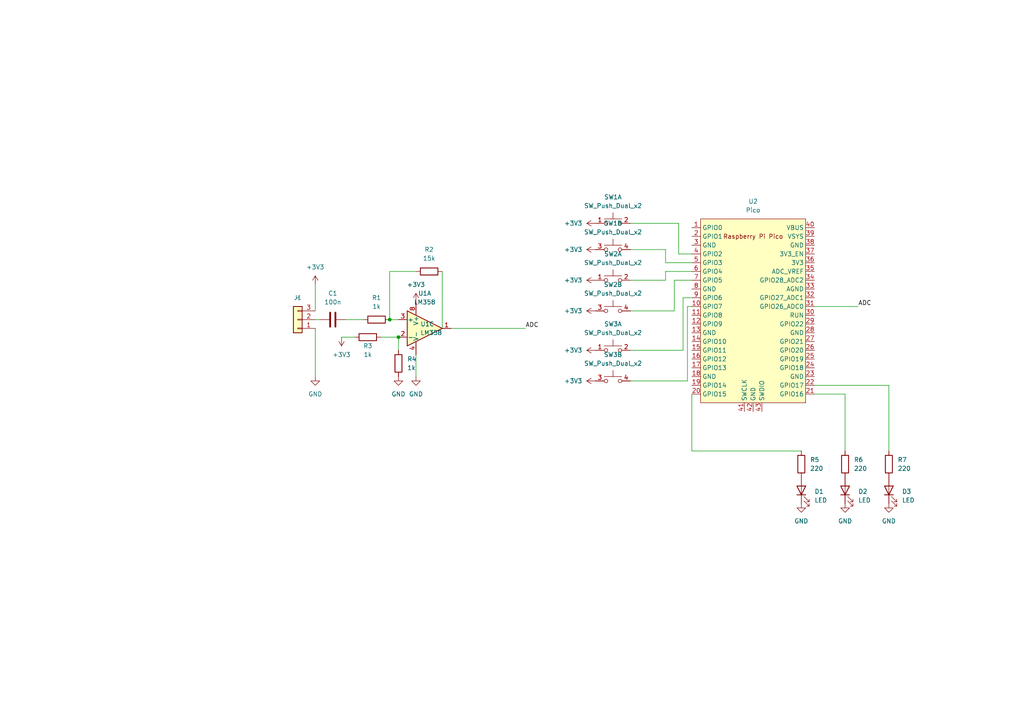
<source format=kicad_sch>
(kicad_sch (version 20230121) (generator eeschema)
  (paper "A4")
  (lib_symbols
    (symbol "Amplifier_Operational:LM358" (pin_names (offset 0.127))
      (property "Reference" "U" (at 0 5.08 0))
      (property "Value" "LM358" (at 0 -5.08 0))
      (symbol "LM358_1_1"
        (polyline (pts (xy -5.08 5.08) (xy 5.08 0) (xy -5.08 -5.08) (xy -5.08 5.08)) (stroke (width 0.254)) (fill (type background)))
        (pin output line (at 7.62 0 180) (length 2.54) (name "~") (number "1"))
        (pin input line (at -7.62 -2.54 0) (length 2.54) (name "-") (number "2"))
        (pin input line (at -7.62 2.54 0) (length 2.54) (name "+") (number "3"))
      )
      (symbol "LM358_2_1"
        (polyline (pts (xy -5.08 5.08) (xy 5.08 0) (xy -5.08 -5.08) (xy -5.08 5.08)) (stroke (width 0.254)) (fill (type background)))
        (pin input line (at -7.62 2.54 0) (length 2.54) (name "+") (number "5"))
        (pin input line (at -7.62 -2.54 0) (length 2.54) (name "-") (number "6"))
        (pin output line (at 7.62 0 180) (length 2.54) (name "~") (number "7"))
      )
      (symbol "LM358_3_1"
        (pin power_in line (at -2.54 -7.62 90) (length 3.81) (name "V-") (number "4"))
        (pin power_in line (at -2.54 7.62 270) (length 3.81) (name "V+") (number "8"))
      )
    )
    (symbol "Connector_Generic:Conn_01x03" (pin_names (offset 1.016) hide)
      (property "Reference" "J" (at 0 5.08 0))
      (property "Value" "Conn_01x03" (at 0 -5.08 0))
      (symbol "Conn_01x03_1_1"
        (rectangle (start -1.27 -2.413) (end 0 -2.667) (stroke (width 0.1524)))
        (rectangle (start -1.27 0.127) (end 0 -0.127) (stroke (width 0.1524)))
        (rectangle (start -1.27 2.667) (end 0 2.413) (stroke (width 0.1524)))
        (rectangle (start -1.27 3.81) (end 1.27 -3.81) (stroke (width 0.254)) (fill (type background)))
        (pin passive line (at -5.08 2.54 0) (length 3.81) (name "Pin_1") (number "1"))
        (pin passive line (at -5.08 0 0) (length 3.81) (name "Pin_2") (number "2"))
        (pin passive line (at -5.08 -2.54 0) (length 3.81) (name "Pin_3") (number "3"))
      )
    )
    (symbol "Device:C" (pin_numbers hide) (pin_names (offset 0.254))
      (property "Reference" "C" (at 0.635 2.54 0))
      (property "Value" "C" (at 0.635 -2.54 0))
      (symbol "C_0_1"
        (polyline (pts (xy -2.032 -0.762) (xy 2.032 -0.762)) (stroke (width 0.508)))
        (polyline (pts (xy -2.032 0.762) (xy 2.032 0.762)) (stroke (width 0.508)))
      )
      (symbol "C_1_1"
        (pin passive line (at 0 3.81 270) (length 2.794) (name "~") (number "1"))
        (pin passive line (at 0 -3.81 90) (length 2.794) (name "~") (number "2"))
      )
    )
    (symbol "Device:LED" (pin_numbers hide) (pin_names (offset 1.016) hide)
      (property "Reference" "D" (at 0 2.54 0))
      (property "Value" "LED" (at 0 -2.54 0))
      (symbol "LED_0_1"
        (polyline (pts (xy -1.27 -1.27) (xy -1.27 1.27)) (stroke (width 0.254)))
        (polyline (pts (xy -1.27 0) (xy 1.27 0)))
        (polyline (pts (xy 1.27 -1.27) (xy 1.27 1.27) (xy -1.27 0) (xy 1.27 -1.27)) (stroke (width 0.254)))
        (polyline (pts (xy -3.048 -0.762) (xy -4.572 -2.286) (xy -3.81 -2.286) (xy -4.572 -2.286) (xy -4.572 -1.524)))
        (polyline (pts (xy -1.778 -0.762) (xy -3.302 -2.286) (xy -2.54 -2.286) (xy -3.302 -2.286) (xy -3.302 -1.524)))
      )
      (symbol "LED_1_1"
        (pin passive line (at -3.81 0 0) (length 2.54) (name "K") (number "1"))
        (pin passive line (at 3.81 0 180) (length 2.54) (name "A") (number "2"))
      )
    )
    (symbol "Device:R" (pin_numbers hide) (pin_names (offset 0))
      (property "Reference" "R" (at 2.032 0 90))
      (property "Value" "R" (at 0 0 90))
      (symbol "R_0_1"
        (rectangle (start -1.016 -2.54) (end 1.016 2.54) (stroke (width 0.254)))
      )
      (symbol "R_1_1"
        (pin passive line (at 0 3.81 270) (length 1.27) (name "~") (number "1"))
        (pin passive line (at 0 -3.81 90) (length 1.27) (name "~") (number "2"))
      )
    )
    (symbol "RPi_Pico:Pico"
      (property "Reference" "U" (at -13.97 27.94 0))
      (property "Value" "Pico" (at 0 19.05 0))
      (symbol "Pico_0_0"
        (text "Raspberry Pi Pico" (at 0 21.59 0) (effects (font (size 1.27 1.27))))
      )
      (symbol "Pico_0_1"
        (rectangle (start -15.24 26.67) (end 15.24 -26.67) (fill (type background)))
      )
      (symbol "Pico_1_1"
        (pin bidirectional line (at -17.78 24.13 0) (length 2.54) (name "GPIO0") (number "1"))
        (pin bidirectional line (at -17.78 1.27 0) (length 2.54) (name "GPIO7") (number "10"))
        (pin bidirectional line (at -17.78 -1.27 0) (length 2.54) (name "GPIO8") (number "11"))
        (pin bidirectional line (at -17.78 -3.81 0) (length 2.54) (name "GPIO9") (number "12"))
        (pin power_in line (at -17.78 -6.35 0) (length 2.54) (name "GND") (number "13"))
        (pin bidirectional line (at -17.78 -8.89 0) (length 2.54) (name "GPIO10") (number "14"))
        (pin bidirectional line (at -17.78 -11.43 0) (length 2.54) (name "GPIO11") (number "15"))
        (pin bidirectional line (at -17.78 -13.97 0) (length 2.54) (name "GPIO12") (number "16"))
        (pin bidirectional line (at -17.78 -16.51 0) (length 2.54) (name "GPIO13") (number "17"))
        (pin power_in line (at -17.78 -19.05 0) (length 2.54) (name "GND") (number "18"))
        (pin bidirectional line (at -17.78 -21.59 0) (length 2.54) (name "GPIO14") (number "19"))
        (pin bidirectional line (at -17.78 21.59 0) (length 2.54) (name "GPIO1") (number "2"))
        (pin bidirectional line (at -17.78 -24.13 0) (length 2.54) (name "GPIO15") (number "20"))
        (pin bidirectional line (at 17.78 -24.13 180) (length 2.54) (name "GPIO16") (number "21"))
        (pin bidirectional line (at 17.78 -21.59 180) (length 2.54) (name "GPIO17") (number "22"))
        (pin power_in line (at 17.78 -19.05 180) (length 2.54) (name "GND") (number "23"))
        (pin bidirectional line (at 17.78 -16.51 180) (length 2.54) (name "GPIO18") (number "24"))
        (pin bidirectional line (at 17.78 -13.97 180) (length 2.54) (name "GPIO19") (number "25"))
        (pin bidirectional line (at 17.78 -11.43 180) (length 2.54) (name "GPIO20") (number "26"))
        (pin bidirectional line (at 17.78 -8.89 180) (length 2.54) (name "GPIO21") (number "27"))
        (pin power_in line (at 17.78 -6.35 180) (length 2.54) (name "GND") (number "28"))
        (pin bidirectional line (at 17.78 -3.81 180) (length 2.54) (name "GPIO22") (number "29"))
        (pin power_in line (at -17.78 19.05 0) (length 2.54) (name "GND") (number "3"))
        (pin input line (at 17.78 -1.27 180) (length 2.54) (name "RUN") (number "30"))
        (pin bidirectional line (at 17.78 1.27 180) (length 2.54) (name "GPIO26_ADC0") (number "31"))
        (pin bidirectional line (at 17.78 3.81 180) (length 2.54) (name "GPIO27_ADC1") (number "32"))
        (pin power_in line (at 17.78 6.35 180) (length 2.54) (name "AGND") (number "33"))
        (pin bidirectional line (at 17.78 8.89 180) (length 2.54) (name "GPIO28_ADC2") (number "34"))
        (pin power_in line (at 17.78 11.43 180) (length 2.54) (name "ADC_VREF") (number "35"))
        (pin power_in line (at 17.78 13.97 180) (length 2.54) (name "3V3") (number "36"))
        (pin input line (at 17.78 16.51 180) (length 2.54) (name "3V3_EN") (number "37"))
        (pin bidirectional line (at 17.78 19.05 180) (length 2.54) (name "GND") (number "38"))
        (pin power_in line (at 17.78 21.59 180) (length 2.54) (name "VSYS") (number "39"))
        (pin bidirectional line (at -17.78 16.51 0) (length 2.54) (name "GPIO2") (number "4"))
        (pin power_in line (at 17.78 24.13 180) (length 2.54) (name "VBUS") (number "40"))
        (pin input line (at -2.54 -29.21 90) (length 2.54) (name "SWCLK") (number "41"))
        (pin power_in line (at 0 -29.21 90) (length 2.54) (name "GND") (number "42"))
        (pin bidirectional line (at 2.54 -29.21 90) (length 2.54) (name "SWDIO") (number "43"))
        (pin bidirectional line (at -17.78 13.97 0) (length 2.54) (name "GPIO3") (number "5"))
        (pin bidirectional line (at -17.78 11.43 0) (length 2.54) (name "GPIO4") (number "6"))
        (pin bidirectional line (at -17.78 8.89 0) (length 2.54) (name "GPIO5") (number "7"))
        (pin power_in line (at -17.78 6.35 0) (length 2.54) (name "GND") (number "8"))
        (pin bidirectional line (at -17.78 3.81 0) (length 2.54) (name "GPIO6") (number "9"))
      )
    )
    (symbol "Switch:SW_Push_Dual_x2" (pin_names (offset 1.016) hide)
      (property "Reference" "SW" (at 1.27 2.54 0))
      (property "Value" "SW_Push_Dual_x2" (at 0 -1.524 0))
      (symbol "SW_Push_Dual_x2_0_1"
        (circle (center -2.032 0) (radius 0.508))
        (polyline (pts (xy 0 1.27) (xy 0 3.048)))
        (polyline (pts (xy 2.54 1.27) (xy -2.54 1.27)))
        (circle (center 2.032 0) (radius 0.508))
      )
      (symbol "SW_Push_Dual_x2_1_1"
        (pin passive line (at -5.08 0 0) (length 2.54) (name "C") (number "1"))
        (pin passive line (at 5.08 0 180) (length 2.54) (name "D") (number "2"))
      )
      (symbol "SW_Push_Dual_x2_2_1"
        (pin passive line (at -5.08 0 0) (length 2.54) (name "C") (number "3"))
        (pin passive line (at 5.08 0 180) (length 2.54) (name "D") (number "4"))
      )
    )
    (symbol "power:+3V3" (power) (pin_names (offset 0))
      (property "Value" "+3V3" (at 0 3.556 0))
      (symbol "+3V3_0_1"
        (polyline (pts (xy -0.762 1.27) (xy 0 2.54)))
        (polyline (pts (xy 0 0) (xy 0 2.54)))
        (polyline (pts (xy 0 2.54) (xy 0.762 1.27)))
      )
      (symbol "+3V3_1_1"
        (pin power_in line (at 0 0 90) (length 0) hide (name "+3V3") (number "1"))
      )
    )
    (symbol "power:GND" (power) (pin_names (offset 0))
      (property "Value" "GND" (at 0 -3.81 0))
      (symbol "GND_0_1"
        (polyline (pts (xy 0 0) (xy 0 -1.27) (xy 1.27 -1.27) (xy 0 -2.54) (xy -1.27 -1.27) (xy 0 -1.27)))
      )
      (symbol "GND_1_1"
        (pin power_in line (at 0 0 270) (length 0) hide (name "GND") (number "1"))
      )
    )
  )
  (junction (at 115.57 97.79))
  (junction (at 113.03 92.71))
  (wire (pts (xy 193.04 76.2) (xy 200.66 76.2)))
  (wire (pts (xy 115.57 97.79) (xy 115.57 101.6)))
  (wire (pts (xy 182.88 72.39) (xy 193.04 72.39)))
  (wire (pts (xy 130.81 95.25) (xy 152.4 95.25)))
  (wire (pts (xy 182.88 64.77) (xy 196.85 64.77)))
  (wire (pts (xy 199.39 110.49) (xy 199.39 88.9)))
  (wire (pts (xy 110.49 97.79) (xy 115.57 97.79)))
  (wire (pts (xy 99.06 97.79) (xy 102.87 97.79)))
  (wire (pts (xy 195.58 81.28) (xy 200.66 81.28)))
  (wire (pts (xy 182.88 90.17) (xy 195.58 90.17)))
  (wire (pts (xy 182.88 101.6) (xy 198.12 101.6)))
  (wire (pts (xy 196.85 64.77) (xy 196.85 73.66)))
  (wire (pts (xy 200.66 130.81) (xy 232.41 130.81)))
  (wire (pts (xy 200.66 114.3) (xy 200.66 130.81)))
  (wire (pts (xy 113.03 92.71) (xy 115.57 92.71)))
  (wire (pts (xy 236.22 114.3) (xy 245.11 114.3)))
  (wire (pts (xy 113.03 92.71) (xy 113.03 78.74)))
  (wire (pts (xy 257.81 111.76) (xy 257.81 130.81)))
  (wire (pts (xy 91.44 92.71) (xy 92.71 92.71)))
  (wire (pts (xy 91.44 82.55) (xy 91.44 90.17)))
  (wire (pts (xy 193.04 81.28) (xy 193.04 78.74)))
  (wire (pts (xy 193.04 72.39) (xy 193.04 76.2)))
  (wire (pts (xy 245.11 114.3) (xy 245.11 130.81)))
  (wire (pts (xy 91.44 95.25) (xy 91.44 109.22)))
  (wire (pts (xy 128.27 78.74) (xy 128.27 95.25)))
  (wire (pts (xy 113.03 78.74) (xy 120.65 78.74)))
  (wire (pts (xy 248.92 88.9) (xy 236.22 88.9)))
  (wire (pts (xy 198.12 101.6) (xy 198.12 86.36)))
  (wire (pts (xy 100.33 92.71) (xy 105.41 92.71)))
  (wire (pts (xy 196.85 73.66) (xy 200.66 73.66)))
  (wire (pts (xy 198.12 86.36) (xy 200.66 86.36)))
  (wire (pts (xy 195.58 90.17) (xy 195.58 81.28)))
  (wire (pts (xy 236.22 111.76) (xy 257.81 111.76)))
  (wire (pts (xy 120.65 109.22) (xy 120.65 102.87)))
  (wire (pts (xy 182.88 110.49) (xy 199.39 110.49)))
  (wire (pts (xy 182.88 81.28) (xy 193.04 81.28)))
  (wire (pts (xy 193.04 78.74) (xy 200.66 78.74)))
  (wire (pts (xy 199.39 88.9) (xy 200.66 88.9)))
  (label "ADC" (at 152.4 95.25 0))
  (label "ADC" (at 248.92 88.9 0))
  (symbol (lib_id "power:GND") (at 232.41 146.05 0) (unit 1)
    (property "Reference" "#PWR013" (effects hide))
    (property "Value" "GND" (at 232.41 151.13 0))
  )
  (symbol (lib_id "RPi_Pico:Pico") (at 218.44 90.17 0) (unit 1)
    (property "Reference" "U2" (at 218.44 58.42 0))
    (property "Value" "Pico" (at 218.44 60.96 0))
    (property "Footprint" "RPi_Pico:RPi_Pico_SMD_TH" (effects hide))
  )
  (symbol (lib_id "Device:R") (at 106.68 97.79 90) (unit 1)
    (property "Reference" "R3" (at 106.68 100.33 90))
    (property "Value" "1k" (at 106.68 102.87 90))
  )
  (symbol (lib_id "power:GND") (at 245.11 146.05 0) (unit 1)
    (property "Reference" "#PWR014" (effects hide))
    (property "Value" "GND" (at 245.11 151.13 0))
  )
  (symbol (lib_id "power:GND") (at 91.44 109.22 0) (unit 1)
    (property "Reference" "#PWR03" (effects hide))
    (property "Value" "GND" (at 91.44 114.3 0))
  )
  (symbol (lib_id "Device:LED") (at 245.11 142.24 90) (unit 1)
    (property "Reference" "D2" (at 248.92 142.5575 90) (effects (justify right)))
    (property "Value" "LED" (at 248.92 145.0975 90) (effects (justify right)))
  )
  (symbol (lib_id "Device:R") (at 109.22 92.71 90) (unit 1)
    (property "Reference" "R1" (at 109.22 86.36 90))
    (property "Value" "1k" (at 109.22 88.9 90))
  )
  (symbol (lib_id "Switch:SW_Push_Dual_x2") (at 177.8 72.39 0) (unit 2)
    (property "Reference" "SW1" (at 177.8 64.77 0))
    (property "Value" "SW_Push_Dual_x2" (at 177.8 67.31 0))
  )
  (symbol (lib_id "power:+3V3") (at 91.44 82.55 0) (unit 1)
    (property "Reference" "#PWR04" (effects hide))
    (property "Value" "+3V3" (at 91.44 77.47 0))
  )
  (symbol (lib_id "Switch:SW_Push_Dual_x2") (at 177.8 81.28 0) (unit 1)
    (property "Reference" "SW2" (at 177.8 73.66 0))
    (property "Value" "SW_Push_Dual_x2" (at 177.8 76.2 0))
  )
  (symbol (lib_id "power:+3V3") (at 172.72 101.6 90) (unit 1)
    (property "Reference" "#PWR011" (effects hide))
    (property "Value" "+3V3" (at 168.91 101.6 90) (effects (justify left)))
  )
  (symbol (lib_id "Switch:SW_Push_Dual_x2") (at 177.8 90.17 0) (unit 2)
    (property "Reference" "SW2" (at 177.8 82.55 0))
    (property "Value" "SW_Push_Dual_x2" (at 177.8 85.09 0))
  )
  (symbol (lib_id "power:GND") (at 115.57 109.22 0) (unit 1)
    (property "Reference" "#PWR02" (effects hide))
    (property "Value" "GND" (at 115.57 114.3 0))
  )
  (symbol (lib_id "power:+3V3") (at 99.06 97.79 180) (unit 1)
    (property "Reference" "#PWR06" (effects hide))
    (property "Value" "+3V3" (at 99.06 102.87 0))
  )
  (symbol (lib_id "Device:LED") (at 257.81 142.24 90) (unit 1)
    (property "Reference" "D3" (at 261.62 142.5575 90) (effects (justify right)))
    (property "Value" "LED" (at 261.62 145.0975 90) (effects (justify right)))
  )
  (symbol (lib_id "power:+3V3") (at 172.72 81.28 90) (unit 1)
    (property "Reference" "#PWR09" (effects hide))
    (property "Value" "+3V3" (at 168.91 81.28 90) (effects (justify left)))
  )
  (symbol (lib_id "power:+3V3") (at 172.72 110.49 90) (unit 1)
    (property "Reference" "#PWR012" (effects hide))
    (property "Value" "+3V3" (at 168.91 110.49 90) (effects (justify left)))
  )
  (symbol (lib_id "power:+3V3") (at 172.72 72.39 90) (unit 1)
    (property "Reference" "#PWR08" (effects hide))
    (property "Value" "+3V3" (at 168.91 72.39 90) (effects (justify left)))
  )
  (symbol (lib_id "Switch:SW_Push_Dual_x2") (at 177.8 101.6 0) (unit 1)
    (property "Reference" "SW3" (at 177.8 93.98 0))
    (property "Value" "SW_Push_Dual_x2" (at 177.8 96.52 0))
  )
  (symbol (lib_id "Amplifier_Operational:LM358") (at 123.19 95.25 0) (unit 3)
    (property "Reference" "U1" (at 121.92 93.98 0) (effects (justify left)))
    (property "Value" "LM358" (at 121.92 96.52 0) (effects (justify left)))
    (property "Datasheet" "http://www.ti.com/lit/ds/symlink/lm2904-n.pdf" (effects hide))
  )
  (symbol (lib_id "Device:R") (at 232.41 134.62 0) (unit 1)
    (property "Reference" "R5" (at 234.95 133.35 0) (effects (justify left)))
    (property "Value" "220" (at 234.95 135.89 0) (effects (justify left)))
  )
  (symbol (lib_id "Device:R") (at 115.57 105.41 0) (unit 1)
    (property "Reference" "R4" (at 118.11 104.14 0) (effects (justify left)))
    (property "Value" "1k" (at 118.11 106.68 0) (effects (justify left)))
  )
  (symbol (lib_id "power:GND") (at 120.65 109.22 0) (unit 1)
    (property "Reference" "#PWR01" (effects hide))
    (property "Value" "GND" (at 120.65 114.3 0))
  )
  (symbol (lib_id "power:+3V3") (at 172.72 64.77 90) (unit 1)
    (property "Reference" "#PWR07" (effects hide))
    (property "Value" "+3V3" (at 168.91 64.77 90) (effects (justify left)))
  )
  (symbol (lib_id "Device:C") (at 96.52 92.71 90) (unit 1)
    (property "Reference" "C1" (at 96.52 85.09 90))
    (property "Value" "100n" (at 96.52 87.63 90))
  )
  (symbol (lib_id "power:+3V3") (at 172.72 90.17 90) (unit 1)
    (property "Reference" "#PWR010" (effects hide))
    (property "Value" "+3V3" (at 168.91 90.17 90) (effects (justify left)))
  )
  (symbol (lib_id "Connector_Generic:Conn_01x03") (at 86.36 92.71 180) (unit 1)
    (property "Reference" "J1" (at 86.36 86.36 0))
    (property "Value" "~" (at 86.36 86.36 0))
  )
  (symbol (lib_id "Device:R") (at 245.11 134.62 0) (unit 1)
    (property "Reference" "R6" (at 247.65 133.35 0) (effects (justify left)))
    (property "Value" "220" (at 247.65 135.89 0) (effects (justify left)))
  )
  (symbol (lib_id "power:+3V3") (at 120.65 87.63 0) (unit 1)
    (property "Reference" "#PWR05" (effects hide))
    (property "Value" "+3V3" (at 120.65 82.55 0))
  )
  (symbol (lib_id "Amplifier_Operational:LM358") (at 123.19 95.25 0) (unit 1)
    (property "Reference" "U1" (at 123.19 85.09 0))
    (property "Value" "LM358" (at 123.19 87.63 0))
    (property "Datasheet" "http://www.ti.com/lit/ds/symlink/lm2904-n.pdf" (effects hide))
  )
  (symbol (lib_id "Device:R") (at 257.81 134.62 0) (unit 1)
    (property "Reference" "R7" (at 260.35 133.35 0) (effects (justify left)))
    (property "Value" "220" (at 260.35 135.89 0) (effects (justify left)))
  )
  (symbol (lib_id "Device:LED") (at 232.41 142.24 90) (unit 1)
    (property "Reference" "D1" (at 236.22 142.5575 90) (effects (justify right)))
    (property "Value" "LED" (at 236.22 145.0975 90) (effects (justify right)))
  )
  (symbol (lib_id "Switch:SW_Push_Dual_x2") (at 177.8 110.49 0) (unit 2)
    (property "Reference" "SW3" (at 177.8 102.87 0))
    (property "Value" "SW_Push_Dual_x2" (at 177.8 105.41 0))
  )
  (symbol (lib_id "Device:R") (at 124.46 78.74 90) (unit 1)
    (property "Reference" "R2" (at 124.46 72.39 90))
    (property "Value" "15k" (at 124.46 74.93 90))
  )
  (symbol (lib_id "power:GND") (at 257.81 146.05 0) (unit 1)
    (property "Reference" "#PWR015" (effects hide))
    (property "Value" "GND" (at 257.81 151.13 0))
  )
  (symbol (lib_id "Switch:SW_Push_Dual_x2") (at 177.8 64.77 0) (unit 1)
    (property "Reference" "SW1" (at 177.8 57.15 0))
    (property "Value" "SW_Push_Dual_x2" (at 177.8 59.69 0))
  )
)
</source>
